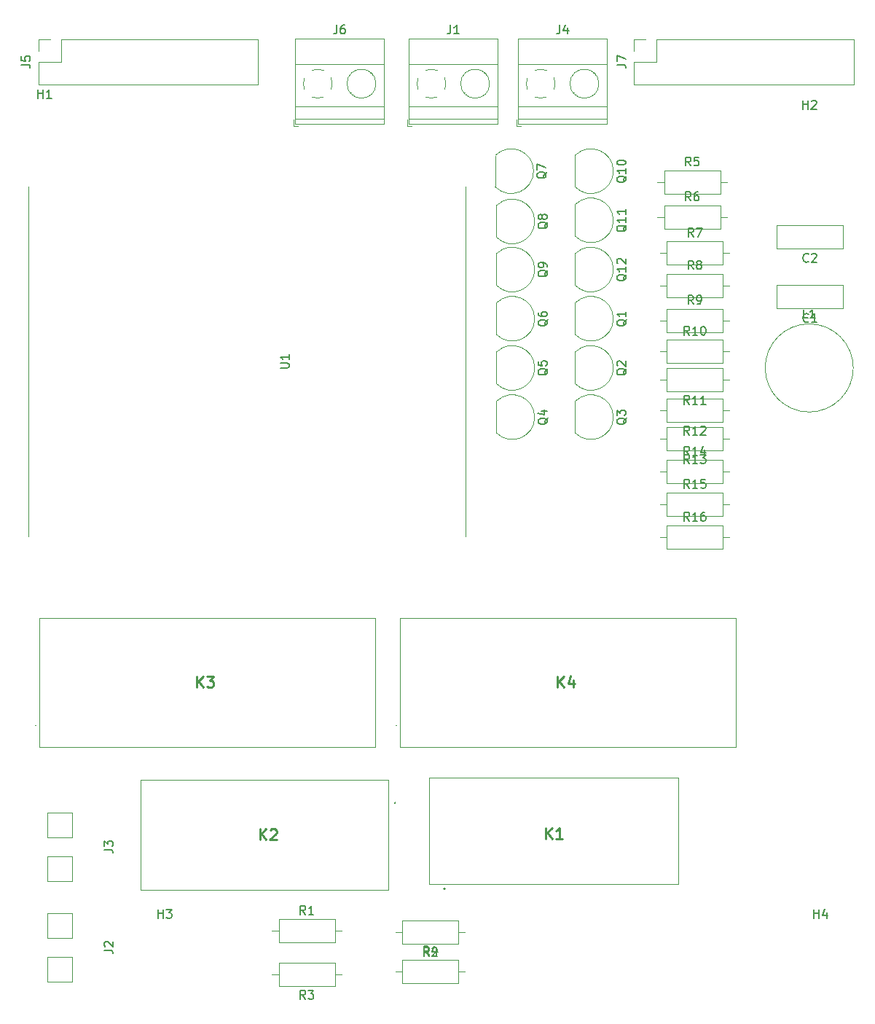
<source format=gbr>
%TF.GenerationSoftware,KiCad,Pcbnew,(5.1.6)-1*%
%TF.CreationDate,2021-11-19T15:30:18+01:00*%
%TF.ProjectId,FoxRobot,466f7852-6f62-46f7-942e-6b696361645f,V01*%
%TF.SameCoordinates,Original*%
%TF.FileFunction,Legend,Top*%
%TF.FilePolarity,Positive*%
%FSLAX46Y46*%
G04 Gerber Fmt 4.6, Leading zero omitted, Abs format (unit mm)*
G04 Created by KiCad (PCBNEW (5.1.6)-1) date 2021-11-19 15:30:18*
%MOMM*%
%LPD*%
G01*
G04 APERTURE LIST*
%ADD10C,0.120000*%
%ADD11C,0.100000*%
%ADD12C,0.200000*%
%ADD13C,0.150000*%
%ADD14C,0.254000*%
G04 APERTURE END LIST*
D10*
%TO.C,U1*%
X17145000Y-71628000D02*
X17145000Y-30988000D01*
X67945000Y-71628000D02*
X67945000Y-30988000D01*
%TO.C,R13*%
X97885000Y-61695000D02*
X97885000Y-58955000D01*
X97885000Y-58955000D02*
X91345000Y-58955000D01*
X91345000Y-58955000D02*
X91345000Y-61695000D01*
X91345000Y-61695000D02*
X97885000Y-61695000D01*
X98655000Y-60325000D02*
X97885000Y-60325000D01*
X90575000Y-60325000D02*
X91345000Y-60325000D01*
%TO.C,R12*%
X97885000Y-58393000D02*
X97885000Y-55653000D01*
X97885000Y-55653000D02*
X91345000Y-55653000D01*
X91345000Y-55653000D02*
X91345000Y-58393000D01*
X91345000Y-58393000D02*
X97885000Y-58393000D01*
X98655000Y-57023000D02*
X97885000Y-57023000D01*
X90575000Y-57023000D02*
X91345000Y-57023000D01*
%TO.C,R11*%
X97885000Y-54837000D02*
X97885000Y-52097000D01*
X97885000Y-52097000D02*
X91345000Y-52097000D01*
X91345000Y-52097000D02*
X91345000Y-54837000D01*
X91345000Y-54837000D02*
X97885000Y-54837000D01*
X98655000Y-53467000D02*
X97885000Y-53467000D01*
X90575000Y-53467000D02*
X91345000Y-53467000D01*
%TO.C,R4*%
X60611000Y-120804000D02*
X60611000Y-123544000D01*
X60611000Y-123544000D02*
X67151000Y-123544000D01*
X67151000Y-123544000D02*
X67151000Y-120804000D01*
X67151000Y-120804000D02*
X60611000Y-120804000D01*
X59841000Y-122174000D02*
X60611000Y-122174000D01*
X67921000Y-122174000D02*
X67151000Y-122174000D01*
%TO.C,R3*%
X52800000Y-123925000D02*
X52800000Y-121185000D01*
X52800000Y-121185000D02*
X46260000Y-121185000D01*
X46260000Y-121185000D02*
X46260000Y-123925000D01*
X46260000Y-123925000D02*
X52800000Y-123925000D01*
X53570000Y-122555000D02*
X52800000Y-122555000D01*
X45490000Y-122555000D02*
X46260000Y-122555000D01*
%TO.C,R2*%
X67151000Y-118972000D02*
X67151000Y-116232000D01*
X67151000Y-116232000D02*
X60611000Y-116232000D01*
X60611000Y-116232000D02*
X60611000Y-118972000D01*
X60611000Y-118972000D02*
X67151000Y-118972000D01*
X67921000Y-117602000D02*
X67151000Y-117602000D01*
X59841000Y-117602000D02*
X60611000Y-117602000D01*
%TO.C,R1*%
X46260000Y-116105000D02*
X46260000Y-118845000D01*
X46260000Y-118845000D02*
X52800000Y-118845000D01*
X52800000Y-118845000D02*
X52800000Y-116105000D01*
X52800000Y-116105000D02*
X46260000Y-116105000D01*
X45490000Y-117475000D02*
X46260000Y-117475000D01*
X53570000Y-117475000D02*
X52800000Y-117475000D01*
%TO.C,Q9*%
X71556000Y-38840000D02*
X71556000Y-42440000D01*
X71567522Y-42478478D02*
G75*
G03*
X76006000Y-40640000I1838478J1838478D01*
G01*
X71567522Y-38801522D02*
G75*
G02*
X76006000Y-40640000I1838478J-1838478D01*
G01*
%TO.C,Q8*%
X71556000Y-33252000D02*
X71556000Y-36852000D01*
X71567522Y-36890478D02*
G75*
G03*
X76006000Y-35052000I1838478J1838478D01*
G01*
X71567522Y-33213522D02*
G75*
G02*
X76006000Y-35052000I1838478J-1838478D01*
G01*
%TO.C,Q7*%
X71429000Y-27410000D02*
X71429000Y-31010000D01*
X71440522Y-31048478D02*
G75*
G03*
X75879000Y-29210000I1838478J1838478D01*
G01*
X71440522Y-27371522D02*
G75*
G02*
X75879000Y-29210000I1838478J-1838478D01*
G01*
D11*
%TO.C,K4*%
X60363000Y-96099000D02*
X99363000Y-96099000D01*
X99363000Y-96099000D02*
X99363000Y-81099000D01*
X99363000Y-81099000D02*
X60363000Y-81099000D01*
X60363000Y-81099000D02*
X60363000Y-96099000D01*
X59938000Y-93599000D02*
X59938000Y-93599000D01*
X59838000Y-93599000D02*
X59838000Y-93599000D01*
X59938000Y-93599000D02*
G75*
G03*
X59838000Y-93599000I-50000J0D01*
G01*
X59838000Y-93599000D02*
G75*
G03*
X59938000Y-93599000I50000J0D01*
G01*
%TO.C,K3*%
X18453000Y-96099000D02*
X57453000Y-96099000D01*
X57453000Y-96099000D02*
X57453000Y-81099000D01*
X57453000Y-81099000D02*
X18453000Y-81099000D01*
X18453000Y-81099000D02*
X18453000Y-96099000D01*
X18028000Y-93599000D02*
X18028000Y-93599000D01*
X17928000Y-93599000D02*
X17928000Y-93599000D01*
X18028000Y-93599000D02*
G75*
G03*
X17928000Y-93599000I-50000J0D01*
G01*
X17928000Y-93599000D02*
G75*
G03*
X18028000Y-93599000I50000J0D01*
G01*
%TO.C,K2*%
X58996000Y-99916000D02*
X30196000Y-99916000D01*
X30196000Y-99916000D02*
X30196000Y-112716000D01*
X30196000Y-112716000D02*
X58996000Y-112716000D01*
X58996000Y-112716000D02*
X58996000Y-99916000D01*
D12*
X59796000Y-102616000D02*
X59796000Y-102616000D01*
X59796000Y-102516000D02*
X59796000Y-102516000D01*
X59796000Y-102616000D02*
X59796000Y-102616000D01*
X59796000Y-102516000D02*
G75*
G02*
X59796000Y-102616000I0J-50000D01*
G01*
X59796000Y-102616000D02*
G75*
G02*
X59796000Y-102516000I0J50000D01*
G01*
X59796000Y-102516000D02*
G75*
G02*
X59796000Y-102616000I0J-50000D01*
G01*
D10*
%TO.C,J5*%
X18355000Y-19110000D02*
X18355000Y-16510000D01*
X18355000Y-19110000D02*
X43875000Y-19110000D01*
X43875000Y-19110000D02*
X43875000Y-13910000D01*
X20955000Y-13910000D02*
X43875000Y-13910000D01*
X20955000Y-16510000D02*
X20955000Y-13910000D01*
X18355000Y-16510000D02*
X20955000Y-16510000D01*
X18355000Y-13910000D02*
X19685000Y-13910000D01*
X18355000Y-15240000D02*
X18355000Y-13910000D01*
%TO.C,J4*%
X83468000Y-19050000D02*
G75*
G03*
X83468000Y-19050000I-1680000J0D01*
G01*
X74108000Y-23150000D02*
X84388000Y-23150000D01*
X74108000Y-21650000D02*
X84388000Y-21650000D01*
X74108000Y-16749000D02*
X84388000Y-16749000D01*
X74108000Y-13789000D02*
X84388000Y-13789000D01*
X74108000Y-23710000D02*
X84388000Y-23710000D01*
X74108000Y-13789000D02*
X74108000Y-23710000D01*
X84388000Y-13789000D02*
X84388000Y-23710000D01*
X83063000Y-17981000D02*
X83016000Y-18027000D01*
X80754000Y-20289000D02*
X80719000Y-20324000D01*
X82858000Y-17775000D02*
X82823000Y-17811000D01*
X80561000Y-20073000D02*
X80514000Y-20119000D01*
X73868000Y-23210000D02*
X73868000Y-23950000D01*
X73868000Y-23950000D02*
X74368000Y-23950000D01*
X76736805Y-20730253D02*
G75*
G02*
X76024000Y-20585000I-28805J1680253D01*
G01*
X75172574Y-19733042D02*
G75*
G02*
X75173000Y-18366000I1535426J683042D01*
G01*
X76024958Y-17514574D02*
G75*
G02*
X77392000Y-17515000I683042J-1535426D01*
G01*
X78243426Y-18366958D02*
G75*
G02*
X78243000Y-19734000I-1535426J-683042D01*
G01*
X77391318Y-20584756D02*
G75*
G02*
X76708000Y-20730000I-683318J1534756D01*
G01*
%TO.C,J3*%
X19378000Y-103706000D02*
X22278000Y-103706000D01*
X19378000Y-106606000D02*
X19378000Y-103706000D01*
X22278000Y-106606000D02*
X19378000Y-106606000D01*
X22278000Y-103706000D02*
X22278000Y-106606000D01*
X19378000Y-111686000D02*
X22278000Y-111686000D01*
X22278000Y-108786000D02*
X19378000Y-108786000D01*
X22278000Y-111686000D02*
X22278000Y-108786000D01*
X19378000Y-108786000D02*
X19378000Y-111686000D01*
%TO.C,J2*%
X19378000Y-115390000D02*
X22278000Y-115390000D01*
X19378000Y-118290000D02*
X19378000Y-115390000D01*
X22278000Y-118290000D02*
X19378000Y-118290000D01*
X22278000Y-115390000D02*
X22278000Y-118290000D01*
X19378000Y-123370000D02*
X22278000Y-123370000D01*
X22278000Y-120470000D02*
X19378000Y-120470000D01*
X22278000Y-123370000D02*
X22278000Y-120470000D01*
X19378000Y-120470000D02*
X19378000Y-123370000D01*
D12*
%TO.C,K1*%
X65632000Y-112572000D02*
X65632000Y-112572000D01*
X65432000Y-112572000D02*
X65432000Y-112572000D01*
D11*
X63732000Y-112072000D02*
X63732000Y-99672000D01*
X92732000Y-112072000D02*
X63732000Y-112072000D01*
X92732000Y-99672000D02*
X92732000Y-112072000D01*
X63732000Y-99672000D02*
X92732000Y-99672000D01*
D12*
X65632000Y-112572000D02*
G75*
G03*
X65432000Y-112572000I-100000J0D01*
G01*
X65432000Y-112572000D02*
G75*
G03*
X65632000Y-112572000I100000J0D01*
G01*
D10*
%TO.C,J1*%
X61168000Y-23950000D02*
X61668000Y-23950000D01*
X61168000Y-23210000D02*
X61168000Y-23950000D01*
X67861000Y-20073000D02*
X67814000Y-20119000D01*
X70158000Y-17775000D02*
X70123000Y-17811000D01*
X68054000Y-20289000D02*
X68019000Y-20324000D01*
X70363000Y-17981000D02*
X70316000Y-18027000D01*
X71688000Y-13789000D02*
X71688000Y-23710000D01*
X61408000Y-13789000D02*
X61408000Y-23710000D01*
X61408000Y-23710000D02*
X71688000Y-23710000D01*
X61408000Y-13789000D02*
X71688000Y-13789000D01*
X61408000Y-16749000D02*
X71688000Y-16749000D01*
X61408000Y-21650000D02*
X71688000Y-21650000D01*
X61408000Y-23150000D02*
X71688000Y-23150000D01*
X70768000Y-19050000D02*
G75*
G03*
X70768000Y-19050000I-1680000J0D01*
G01*
X64691318Y-20584756D02*
G75*
G02*
X64008000Y-20730000I-683318J1534756D01*
G01*
X65543426Y-18366958D02*
G75*
G02*
X65543000Y-19734000I-1535426J-683042D01*
G01*
X63324958Y-17514574D02*
G75*
G02*
X64692000Y-17515000I683042J-1535426D01*
G01*
X62472574Y-19733042D02*
G75*
G02*
X62473000Y-18366000I1535426J683042D01*
G01*
X64036805Y-20730253D02*
G75*
G02*
X63324000Y-20585000I-28805J1680253D01*
G01*
%TO.C,J6*%
X47960000Y-23950000D02*
X48460000Y-23950000D01*
X47960000Y-23210000D02*
X47960000Y-23950000D01*
X54653000Y-20073000D02*
X54606000Y-20119000D01*
X56950000Y-17775000D02*
X56915000Y-17811000D01*
X54846000Y-20289000D02*
X54811000Y-20324000D01*
X57155000Y-17981000D02*
X57108000Y-18027000D01*
X58480000Y-13789000D02*
X58480000Y-23710000D01*
X48200000Y-13789000D02*
X48200000Y-23710000D01*
X48200000Y-23710000D02*
X58480000Y-23710000D01*
X48200000Y-13789000D02*
X58480000Y-13789000D01*
X48200000Y-16749000D02*
X58480000Y-16749000D01*
X48200000Y-21650000D02*
X58480000Y-21650000D01*
X48200000Y-23150000D02*
X58480000Y-23150000D01*
X57560000Y-19050000D02*
G75*
G03*
X57560000Y-19050000I-1680000J0D01*
G01*
X51483318Y-20584756D02*
G75*
G02*
X50800000Y-20730000I-683318J1534756D01*
G01*
X52335426Y-18366958D02*
G75*
G02*
X52335000Y-19734000I-1535426J-683042D01*
G01*
X50116958Y-17514574D02*
G75*
G02*
X51484000Y-17515000I683042J-1535426D01*
G01*
X49264574Y-19733042D02*
G75*
G02*
X49265000Y-18366000I1535426J683042D01*
G01*
X50828805Y-20730253D02*
G75*
G02*
X50116000Y-20585000I-28805J1680253D01*
G01*
%TO.C,J7*%
X87570000Y-15240000D02*
X87570000Y-13910000D01*
X87570000Y-13910000D02*
X88900000Y-13910000D01*
X87570000Y-16510000D02*
X90170000Y-16510000D01*
X90170000Y-16510000D02*
X90170000Y-13910000D01*
X90170000Y-13910000D02*
X113090000Y-13910000D01*
X113090000Y-19110000D02*
X113090000Y-13910000D01*
X87570000Y-19110000D02*
X113090000Y-19110000D01*
X87570000Y-19110000D02*
X87570000Y-16510000D01*
%TO.C,C1*%
X111860000Y-45185000D02*
X104120000Y-45185000D01*
X111860000Y-42445000D02*
X104120000Y-42445000D01*
X111860000Y-45185000D02*
X111860000Y-42445000D01*
X104120000Y-45185000D02*
X104120000Y-42445000D01*
%TO.C,C2*%
X104120000Y-38200000D02*
X104120000Y-35460000D01*
X111860000Y-38200000D02*
X111860000Y-35460000D01*
X111860000Y-35460000D02*
X104120000Y-35460000D01*
X111860000Y-38200000D02*
X104120000Y-38200000D01*
%TO.C,L1*%
X113030000Y-52070000D02*
G75*
G03*
X113030000Y-52070000I-5120000J0D01*
G01*
%TO.C,Q1*%
X80700000Y-44555000D02*
X80700000Y-48155000D01*
X80711522Y-44516522D02*
G75*
G02*
X85150000Y-46355000I1838478J-1838478D01*
G01*
X80711522Y-48193478D02*
G75*
G03*
X85150000Y-46355000I1838478J1838478D01*
G01*
%TO.C,Q2*%
X80700000Y-50270000D02*
X80700000Y-53870000D01*
X80711522Y-50231522D02*
G75*
G02*
X85150000Y-52070000I1838478J-1838478D01*
G01*
X80711522Y-53908478D02*
G75*
G03*
X85150000Y-52070000I1838478J1838478D01*
G01*
%TO.C,Q3*%
X80700000Y-55985000D02*
X80700000Y-59585000D01*
X80711522Y-55946522D02*
G75*
G02*
X85150000Y-57785000I1838478J-1838478D01*
G01*
X80711522Y-59623478D02*
G75*
G03*
X85150000Y-57785000I1838478J1838478D01*
G01*
%TO.C,Q4*%
X71556000Y-55985000D02*
X71556000Y-59585000D01*
X71567522Y-55946522D02*
G75*
G02*
X76006000Y-57785000I1838478J-1838478D01*
G01*
X71567522Y-59623478D02*
G75*
G03*
X76006000Y-57785000I1838478J1838478D01*
G01*
%TO.C,Q5*%
X71567522Y-53908478D02*
G75*
G03*
X76006000Y-52070000I1838478J1838478D01*
G01*
X71567522Y-50231522D02*
G75*
G02*
X76006000Y-52070000I1838478J-1838478D01*
G01*
X71556000Y-50270000D02*
X71556000Y-53870000D01*
%TO.C,Q6*%
X71556000Y-44555000D02*
X71556000Y-48155000D01*
X71567522Y-44516522D02*
G75*
G02*
X76006000Y-46355000I1838478J-1838478D01*
G01*
X71567522Y-48193478D02*
G75*
G03*
X76006000Y-46355000I1838478J1838478D01*
G01*
%TO.C,Q10*%
X80711522Y-31048478D02*
G75*
G03*
X85150000Y-29210000I1838478J1838478D01*
G01*
X80711522Y-27371522D02*
G75*
G02*
X85150000Y-29210000I1838478J-1838478D01*
G01*
X80700000Y-27410000D02*
X80700000Y-31010000D01*
%TO.C,Q11*%
X80711522Y-36763478D02*
G75*
G03*
X85150000Y-34925000I1838478J1838478D01*
G01*
X80711522Y-33086522D02*
G75*
G02*
X85150000Y-34925000I1838478J-1838478D01*
G01*
X80700000Y-33125000D02*
X80700000Y-36725000D01*
%TO.C,Q12*%
X80711522Y-42478478D02*
G75*
G03*
X85150000Y-40640000I1838478J1838478D01*
G01*
X80711522Y-38801522D02*
G75*
G02*
X85150000Y-40640000I1838478J-1838478D01*
G01*
X80700000Y-38840000D02*
X80700000Y-42440000D01*
%TO.C,R5*%
X91051000Y-29136000D02*
X91051000Y-31876000D01*
X91051000Y-31876000D02*
X97591000Y-31876000D01*
X97591000Y-31876000D02*
X97591000Y-29136000D01*
X97591000Y-29136000D02*
X91051000Y-29136000D01*
X90281000Y-30506000D02*
X91051000Y-30506000D01*
X98361000Y-30506000D02*
X97591000Y-30506000D01*
%TO.C,R6*%
X98361000Y-34556000D02*
X97591000Y-34556000D01*
X90281000Y-34556000D02*
X91051000Y-34556000D01*
X97591000Y-33186000D02*
X91051000Y-33186000D01*
X97591000Y-35926000D02*
X97591000Y-33186000D01*
X91051000Y-35926000D02*
X97591000Y-35926000D01*
X91051000Y-33186000D02*
X91051000Y-35926000D01*
%TO.C,R7*%
X91345000Y-37365000D02*
X91345000Y-40105000D01*
X91345000Y-40105000D02*
X97885000Y-40105000D01*
X97885000Y-40105000D02*
X97885000Y-37365000D01*
X97885000Y-37365000D02*
X91345000Y-37365000D01*
X90575000Y-38735000D02*
X91345000Y-38735000D01*
X98655000Y-38735000D02*
X97885000Y-38735000D01*
%TO.C,R8*%
X98653000Y-42527000D02*
X97883000Y-42527000D01*
X90573000Y-42527000D02*
X91343000Y-42527000D01*
X97883000Y-41157000D02*
X91343000Y-41157000D01*
X97883000Y-43897000D02*
X97883000Y-41157000D01*
X91343000Y-43897000D02*
X97883000Y-43897000D01*
X91343000Y-41157000D02*
X91343000Y-43897000D01*
%TO.C,R9*%
X98653000Y-46577000D02*
X97883000Y-46577000D01*
X90573000Y-46577000D02*
X91343000Y-46577000D01*
X97883000Y-45207000D02*
X91343000Y-45207000D01*
X97883000Y-47947000D02*
X97883000Y-45207000D01*
X91343000Y-47947000D02*
X97883000Y-47947000D01*
X91343000Y-45207000D02*
X91343000Y-47947000D01*
%TO.C,R10*%
X91345000Y-48795000D02*
X91345000Y-51535000D01*
X91345000Y-51535000D02*
X97885000Y-51535000D01*
X97885000Y-51535000D02*
X97885000Y-48795000D01*
X97885000Y-48795000D02*
X91345000Y-48795000D01*
X90575000Y-50165000D02*
X91345000Y-50165000D01*
X98655000Y-50165000D02*
X97885000Y-50165000D01*
%TO.C,R14*%
X98655000Y-64135000D02*
X97885000Y-64135000D01*
X90575000Y-64135000D02*
X91345000Y-64135000D01*
X97885000Y-62765000D02*
X91345000Y-62765000D01*
X97885000Y-65505000D02*
X97885000Y-62765000D01*
X91345000Y-65505000D02*
X97885000Y-65505000D01*
X91345000Y-62765000D02*
X91345000Y-65505000D01*
%TO.C,R15*%
X98655000Y-67945000D02*
X97885000Y-67945000D01*
X90575000Y-67945000D02*
X91345000Y-67945000D01*
X97885000Y-66575000D02*
X91345000Y-66575000D01*
X97885000Y-69315000D02*
X97885000Y-66575000D01*
X91345000Y-69315000D02*
X97885000Y-69315000D01*
X91345000Y-66575000D02*
X91345000Y-69315000D01*
%TO.C,R16*%
X91345000Y-70385000D02*
X91345000Y-73125000D01*
X91345000Y-73125000D02*
X97885000Y-73125000D01*
X97885000Y-73125000D02*
X97885000Y-70385000D01*
X97885000Y-70385000D02*
X91345000Y-70385000D01*
X90575000Y-71755000D02*
X91345000Y-71755000D01*
X98655000Y-71755000D02*
X97885000Y-71755000D01*
%TO.C,U1*%
D13*
X46442380Y-52069904D02*
X47251904Y-52069904D01*
X47347142Y-52022285D01*
X47394761Y-51974666D01*
X47442380Y-51879428D01*
X47442380Y-51688952D01*
X47394761Y-51593714D01*
X47347142Y-51546095D01*
X47251904Y-51498476D01*
X46442380Y-51498476D01*
X47442380Y-50498476D02*
X47442380Y-51069904D01*
X47442380Y-50784190D02*
X46442380Y-50784190D01*
X46585238Y-50879428D01*
X46680476Y-50974666D01*
X46728095Y-51069904D01*
%TO.C,R13*%
X93972142Y-63147380D02*
X93638809Y-62671190D01*
X93400714Y-63147380D02*
X93400714Y-62147380D01*
X93781666Y-62147380D01*
X93876904Y-62195000D01*
X93924523Y-62242619D01*
X93972142Y-62337857D01*
X93972142Y-62480714D01*
X93924523Y-62575952D01*
X93876904Y-62623571D01*
X93781666Y-62671190D01*
X93400714Y-62671190D01*
X94924523Y-63147380D02*
X94353095Y-63147380D01*
X94638809Y-63147380D02*
X94638809Y-62147380D01*
X94543571Y-62290238D01*
X94448333Y-62385476D01*
X94353095Y-62433095D01*
X95257857Y-62147380D02*
X95876904Y-62147380D01*
X95543571Y-62528333D01*
X95686428Y-62528333D01*
X95781666Y-62575952D01*
X95829285Y-62623571D01*
X95876904Y-62718809D01*
X95876904Y-62956904D01*
X95829285Y-63052142D01*
X95781666Y-63099761D01*
X95686428Y-63147380D01*
X95400714Y-63147380D01*
X95305476Y-63099761D01*
X95257857Y-63052142D01*
%TO.C,R12*%
X93972142Y-59845380D02*
X93638809Y-59369190D01*
X93400714Y-59845380D02*
X93400714Y-58845380D01*
X93781666Y-58845380D01*
X93876904Y-58893000D01*
X93924523Y-58940619D01*
X93972142Y-59035857D01*
X93972142Y-59178714D01*
X93924523Y-59273952D01*
X93876904Y-59321571D01*
X93781666Y-59369190D01*
X93400714Y-59369190D01*
X94924523Y-59845380D02*
X94353095Y-59845380D01*
X94638809Y-59845380D02*
X94638809Y-58845380D01*
X94543571Y-58988238D01*
X94448333Y-59083476D01*
X94353095Y-59131095D01*
X95305476Y-58940619D02*
X95353095Y-58893000D01*
X95448333Y-58845380D01*
X95686428Y-58845380D01*
X95781666Y-58893000D01*
X95829285Y-58940619D01*
X95876904Y-59035857D01*
X95876904Y-59131095D01*
X95829285Y-59273952D01*
X95257857Y-59845380D01*
X95876904Y-59845380D01*
%TO.C,R11*%
X93972142Y-56289380D02*
X93638809Y-55813190D01*
X93400714Y-56289380D02*
X93400714Y-55289380D01*
X93781666Y-55289380D01*
X93876904Y-55337000D01*
X93924523Y-55384619D01*
X93972142Y-55479857D01*
X93972142Y-55622714D01*
X93924523Y-55717952D01*
X93876904Y-55765571D01*
X93781666Y-55813190D01*
X93400714Y-55813190D01*
X94924523Y-56289380D02*
X94353095Y-56289380D01*
X94638809Y-56289380D02*
X94638809Y-55289380D01*
X94543571Y-55432238D01*
X94448333Y-55527476D01*
X94353095Y-55575095D01*
X95876904Y-56289380D02*
X95305476Y-56289380D01*
X95591190Y-56289380D02*
X95591190Y-55289380D01*
X95495952Y-55432238D01*
X95400714Y-55527476D01*
X95305476Y-55575095D01*
%TO.C,R4*%
X63714333Y-120256380D02*
X63381000Y-119780190D01*
X63142904Y-120256380D02*
X63142904Y-119256380D01*
X63523857Y-119256380D01*
X63619095Y-119304000D01*
X63666714Y-119351619D01*
X63714333Y-119446857D01*
X63714333Y-119589714D01*
X63666714Y-119684952D01*
X63619095Y-119732571D01*
X63523857Y-119780190D01*
X63142904Y-119780190D01*
X64571476Y-119589714D02*
X64571476Y-120256380D01*
X64333380Y-119208761D02*
X64095285Y-119923047D01*
X64714333Y-119923047D01*
%TO.C,R3*%
X49363333Y-125377380D02*
X49030000Y-124901190D01*
X48791904Y-125377380D02*
X48791904Y-124377380D01*
X49172857Y-124377380D01*
X49268095Y-124425000D01*
X49315714Y-124472619D01*
X49363333Y-124567857D01*
X49363333Y-124710714D01*
X49315714Y-124805952D01*
X49268095Y-124853571D01*
X49172857Y-124901190D01*
X48791904Y-124901190D01*
X49696666Y-124377380D02*
X50315714Y-124377380D01*
X49982380Y-124758333D01*
X50125238Y-124758333D01*
X50220476Y-124805952D01*
X50268095Y-124853571D01*
X50315714Y-124948809D01*
X50315714Y-125186904D01*
X50268095Y-125282142D01*
X50220476Y-125329761D01*
X50125238Y-125377380D01*
X49839523Y-125377380D01*
X49744285Y-125329761D01*
X49696666Y-125282142D01*
%TO.C,R2*%
X63714333Y-120424380D02*
X63381000Y-119948190D01*
X63142904Y-120424380D02*
X63142904Y-119424380D01*
X63523857Y-119424380D01*
X63619095Y-119472000D01*
X63666714Y-119519619D01*
X63714333Y-119614857D01*
X63714333Y-119757714D01*
X63666714Y-119852952D01*
X63619095Y-119900571D01*
X63523857Y-119948190D01*
X63142904Y-119948190D01*
X64095285Y-119519619D02*
X64142904Y-119472000D01*
X64238142Y-119424380D01*
X64476238Y-119424380D01*
X64571476Y-119472000D01*
X64619095Y-119519619D01*
X64666714Y-119614857D01*
X64666714Y-119710095D01*
X64619095Y-119852952D01*
X64047666Y-120424380D01*
X64666714Y-120424380D01*
%TO.C,R1*%
X49363333Y-115557380D02*
X49030000Y-115081190D01*
X48791904Y-115557380D02*
X48791904Y-114557380D01*
X49172857Y-114557380D01*
X49268095Y-114605000D01*
X49315714Y-114652619D01*
X49363333Y-114747857D01*
X49363333Y-114890714D01*
X49315714Y-114985952D01*
X49268095Y-115033571D01*
X49172857Y-115081190D01*
X48791904Y-115081190D01*
X50315714Y-115557380D02*
X49744285Y-115557380D01*
X50030000Y-115557380D02*
X50030000Y-114557380D01*
X49934761Y-114700238D01*
X49839523Y-114795476D01*
X49744285Y-114843095D01*
%TO.C,Q9*%
X77513619Y-40735238D02*
X77466000Y-40830476D01*
X77370761Y-40925714D01*
X77227904Y-41068571D01*
X77180285Y-41163809D01*
X77180285Y-41259047D01*
X77418380Y-41211428D02*
X77370761Y-41306666D01*
X77275523Y-41401904D01*
X77085047Y-41449523D01*
X76751714Y-41449523D01*
X76561238Y-41401904D01*
X76466000Y-41306666D01*
X76418380Y-41211428D01*
X76418380Y-41020952D01*
X76466000Y-40925714D01*
X76561238Y-40830476D01*
X76751714Y-40782857D01*
X77085047Y-40782857D01*
X77275523Y-40830476D01*
X77370761Y-40925714D01*
X77418380Y-41020952D01*
X77418380Y-41211428D01*
X77418380Y-40306666D02*
X77418380Y-40116190D01*
X77370761Y-40020952D01*
X77323142Y-39973333D01*
X77180285Y-39878095D01*
X76989809Y-39830476D01*
X76608857Y-39830476D01*
X76513619Y-39878095D01*
X76466000Y-39925714D01*
X76418380Y-40020952D01*
X76418380Y-40211428D01*
X76466000Y-40306666D01*
X76513619Y-40354285D01*
X76608857Y-40401904D01*
X76846952Y-40401904D01*
X76942190Y-40354285D01*
X76989809Y-40306666D01*
X77037428Y-40211428D01*
X77037428Y-40020952D01*
X76989809Y-39925714D01*
X76942190Y-39878095D01*
X76846952Y-39830476D01*
%TO.C,Q8*%
X77513619Y-35147238D02*
X77466000Y-35242476D01*
X77370761Y-35337714D01*
X77227904Y-35480571D01*
X77180285Y-35575809D01*
X77180285Y-35671047D01*
X77418380Y-35623428D02*
X77370761Y-35718666D01*
X77275523Y-35813904D01*
X77085047Y-35861523D01*
X76751714Y-35861523D01*
X76561238Y-35813904D01*
X76466000Y-35718666D01*
X76418380Y-35623428D01*
X76418380Y-35432952D01*
X76466000Y-35337714D01*
X76561238Y-35242476D01*
X76751714Y-35194857D01*
X77085047Y-35194857D01*
X77275523Y-35242476D01*
X77370761Y-35337714D01*
X77418380Y-35432952D01*
X77418380Y-35623428D01*
X76846952Y-34623428D02*
X76799333Y-34718666D01*
X76751714Y-34766285D01*
X76656476Y-34813904D01*
X76608857Y-34813904D01*
X76513619Y-34766285D01*
X76466000Y-34718666D01*
X76418380Y-34623428D01*
X76418380Y-34432952D01*
X76466000Y-34337714D01*
X76513619Y-34290095D01*
X76608857Y-34242476D01*
X76656476Y-34242476D01*
X76751714Y-34290095D01*
X76799333Y-34337714D01*
X76846952Y-34432952D01*
X76846952Y-34623428D01*
X76894571Y-34718666D01*
X76942190Y-34766285D01*
X77037428Y-34813904D01*
X77227904Y-34813904D01*
X77323142Y-34766285D01*
X77370761Y-34718666D01*
X77418380Y-34623428D01*
X77418380Y-34432952D01*
X77370761Y-34337714D01*
X77323142Y-34290095D01*
X77227904Y-34242476D01*
X77037428Y-34242476D01*
X76942190Y-34290095D01*
X76894571Y-34337714D01*
X76846952Y-34432952D01*
%TO.C,Q7*%
X77386619Y-29305238D02*
X77339000Y-29400476D01*
X77243761Y-29495714D01*
X77100904Y-29638571D01*
X77053285Y-29733809D01*
X77053285Y-29829047D01*
X77291380Y-29781428D02*
X77243761Y-29876666D01*
X77148523Y-29971904D01*
X76958047Y-30019523D01*
X76624714Y-30019523D01*
X76434238Y-29971904D01*
X76339000Y-29876666D01*
X76291380Y-29781428D01*
X76291380Y-29590952D01*
X76339000Y-29495714D01*
X76434238Y-29400476D01*
X76624714Y-29352857D01*
X76958047Y-29352857D01*
X77148523Y-29400476D01*
X77243761Y-29495714D01*
X77291380Y-29590952D01*
X77291380Y-29781428D01*
X76291380Y-29019523D02*
X76291380Y-28352857D01*
X77291380Y-28781428D01*
%TO.C,K4*%
D14*
X78662619Y-89173523D02*
X78662619Y-87903523D01*
X79388333Y-89173523D02*
X78844047Y-88447809D01*
X79388333Y-87903523D02*
X78662619Y-88629238D01*
X80476904Y-88326857D02*
X80476904Y-89173523D01*
X80174523Y-87843047D02*
X79872142Y-88750190D01*
X80658333Y-88750190D01*
%TO.C,K3*%
X36752619Y-89173523D02*
X36752619Y-87903523D01*
X37478333Y-89173523D02*
X36934047Y-88447809D01*
X37478333Y-87903523D02*
X36752619Y-88629238D01*
X37901666Y-87903523D02*
X38687857Y-87903523D01*
X38264523Y-88387333D01*
X38445952Y-88387333D01*
X38566904Y-88447809D01*
X38627380Y-88508285D01*
X38687857Y-88629238D01*
X38687857Y-88931619D01*
X38627380Y-89052571D01*
X38566904Y-89113047D01*
X38445952Y-89173523D01*
X38083095Y-89173523D01*
X37962142Y-89113047D01*
X37901666Y-89052571D01*
%TO.C,K2*%
X44083619Y-106890523D02*
X44083619Y-105620523D01*
X44809333Y-106890523D02*
X44265047Y-106164809D01*
X44809333Y-105620523D02*
X44083619Y-106346238D01*
X45293142Y-105741476D02*
X45353619Y-105681000D01*
X45474571Y-105620523D01*
X45776952Y-105620523D01*
X45897904Y-105681000D01*
X45958380Y-105741476D01*
X46018857Y-105862428D01*
X46018857Y-105983380D01*
X45958380Y-106164809D01*
X45232666Y-106890523D01*
X46018857Y-106890523D01*
%TO.C,J5*%
D13*
X16367380Y-16843333D02*
X17081666Y-16843333D01*
X17224523Y-16890952D01*
X17319761Y-16986190D01*
X17367380Y-17129047D01*
X17367380Y-17224285D01*
X16367380Y-15890952D02*
X16367380Y-16367142D01*
X16843571Y-16414761D01*
X16795952Y-16367142D01*
X16748333Y-16271904D01*
X16748333Y-16033809D01*
X16795952Y-15938571D01*
X16843571Y-15890952D01*
X16938809Y-15843333D01*
X17176904Y-15843333D01*
X17272142Y-15890952D01*
X17319761Y-15938571D01*
X17367380Y-16033809D01*
X17367380Y-16271904D01*
X17319761Y-16367142D01*
X17272142Y-16414761D01*
%TO.C,J4*%
X78914666Y-12242380D02*
X78914666Y-12956666D01*
X78867047Y-13099523D01*
X78771809Y-13194761D01*
X78628952Y-13242380D01*
X78533714Y-13242380D01*
X79819428Y-12575714D02*
X79819428Y-13242380D01*
X79581333Y-12194761D02*
X79343238Y-12909047D01*
X79962285Y-12909047D01*
%TO.C,J3*%
X25995380Y-108029333D02*
X26709666Y-108029333D01*
X26852523Y-108076952D01*
X26947761Y-108172190D01*
X26995380Y-108315047D01*
X26995380Y-108410285D01*
X25995380Y-107648380D02*
X25995380Y-107029333D01*
X26376333Y-107362666D01*
X26376333Y-107219809D01*
X26423952Y-107124571D01*
X26471571Y-107076952D01*
X26566809Y-107029333D01*
X26804904Y-107029333D01*
X26900142Y-107076952D01*
X26947761Y-107124571D01*
X26995380Y-107219809D01*
X26995380Y-107505523D01*
X26947761Y-107600761D01*
X26900142Y-107648380D01*
%TO.C,J2*%
X25995380Y-119713333D02*
X26709666Y-119713333D01*
X26852523Y-119760952D01*
X26947761Y-119856190D01*
X26995380Y-119999047D01*
X26995380Y-120094285D01*
X26090619Y-119284761D02*
X26043000Y-119237142D01*
X25995380Y-119141904D01*
X25995380Y-118903809D01*
X26043000Y-118808571D01*
X26090619Y-118760952D01*
X26185857Y-118713333D01*
X26281095Y-118713333D01*
X26423952Y-118760952D01*
X26995380Y-119332380D01*
X26995380Y-118713333D01*
%TO.C,K1*%
D14*
X77294619Y-106746523D02*
X77294619Y-105476523D01*
X78020333Y-106746523D02*
X77476047Y-106020809D01*
X78020333Y-105476523D02*
X77294619Y-106202238D01*
X79229857Y-106746523D02*
X78504142Y-106746523D01*
X78867000Y-106746523D02*
X78867000Y-105476523D01*
X78746047Y-105657952D01*
X78625095Y-105778904D01*
X78504142Y-105839380D01*
%TO.C,J1*%
D13*
X66214666Y-12242380D02*
X66214666Y-12956666D01*
X66167047Y-13099523D01*
X66071809Y-13194761D01*
X65928952Y-13242380D01*
X65833714Y-13242380D01*
X67214666Y-13242380D02*
X66643238Y-13242380D01*
X66928952Y-13242380D02*
X66928952Y-12242380D01*
X66833714Y-12385238D01*
X66738476Y-12480476D01*
X66643238Y-12528095D01*
%TO.C,J6*%
X53006666Y-12242380D02*
X53006666Y-12956666D01*
X52959047Y-13099523D01*
X52863809Y-13194761D01*
X52720952Y-13242380D01*
X52625714Y-13242380D01*
X53911428Y-12242380D02*
X53720952Y-12242380D01*
X53625714Y-12290000D01*
X53578095Y-12337619D01*
X53482857Y-12480476D01*
X53435238Y-12670952D01*
X53435238Y-13051904D01*
X53482857Y-13147142D01*
X53530476Y-13194761D01*
X53625714Y-13242380D01*
X53816190Y-13242380D01*
X53911428Y-13194761D01*
X53959047Y-13147142D01*
X54006666Y-13051904D01*
X54006666Y-12813809D01*
X53959047Y-12718571D01*
X53911428Y-12670952D01*
X53816190Y-12623333D01*
X53625714Y-12623333D01*
X53530476Y-12670952D01*
X53482857Y-12718571D01*
X53435238Y-12813809D01*
%TO.C,J7*%
X85582380Y-16843333D02*
X86296666Y-16843333D01*
X86439523Y-16890952D01*
X86534761Y-16986190D01*
X86582380Y-17129047D01*
X86582380Y-17224285D01*
X85582380Y-16462380D02*
X85582380Y-15795714D01*
X86582380Y-16224285D01*
%TO.C,H1*%
X18288095Y-20732380D02*
X18288095Y-19732380D01*
X18288095Y-20208571D02*
X18859523Y-20208571D01*
X18859523Y-20732380D02*
X18859523Y-19732380D01*
X19859523Y-20732380D02*
X19288095Y-20732380D01*
X19573809Y-20732380D02*
X19573809Y-19732380D01*
X19478571Y-19875238D01*
X19383333Y-19970476D01*
X19288095Y-20018095D01*
%TO.C,H2*%
X107188095Y-22002380D02*
X107188095Y-21002380D01*
X107188095Y-21478571D02*
X107759523Y-21478571D01*
X107759523Y-22002380D02*
X107759523Y-21002380D01*
X108188095Y-21097619D02*
X108235714Y-21050000D01*
X108330952Y-21002380D01*
X108569047Y-21002380D01*
X108664285Y-21050000D01*
X108711904Y-21097619D01*
X108759523Y-21192857D01*
X108759523Y-21288095D01*
X108711904Y-21430952D01*
X108140476Y-22002380D01*
X108759523Y-22002380D01*
%TO.C,H3*%
X32258095Y-115982380D02*
X32258095Y-114982380D01*
X32258095Y-115458571D02*
X32829523Y-115458571D01*
X32829523Y-115982380D02*
X32829523Y-114982380D01*
X33210476Y-114982380D02*
X33829523Y-114982380D01*
X33496190Y-115363333D01*
X33639047Y-115363333D01*
X33734285Y-115410952D01*
X33781904Y-115458571D01*
X33829523Y-115553809D01*
X33829523Y-115791904D01*
X33781904Y-115887142D01*
X33734285Y-115934761D01*
X33639047Y-115982380D01*
X33353333Y-115982380D01*
X33258095Y-115934761D01*
X33210476Y-115887142D01*
%TO.C,H4*%
X108458095Y-115982380D02*
X108458095Y-114982380D01*
X108458095Y-115458571D02*
X109029523Y-115458571D01*
X109029523Y-115982380D02*
X109029523Y-114982380D01*
X109934285Y-115315714D02*
X109934285Y-115982380D01*
X109696190Y-114934761D02*
X109458095Y-115649047D01*
X110077142Y-115649047D01*
%TO.C,C1*%
X107823333Y-46672142D02*
X107775714Y-46719761D01*
X107632857Y-46767380D01*
X107537619Y-46767380D01*
X107394761Y-46719761D01*
X107299523Y-46624523D01*
X107251904Y-46529285D01*
X107204285Y-46338809D01*
X107204285Y-46195952D01*
X107251904Y-46005476D01*
X107299523Y-45910238D01*
X107394761Y-45815000D01*
X107537619Y-45767380D01*
X107632857Y-45767380D01*
X107775714Y-45815000D01*
X107823333Y-45862619D01*
X108775714Y-46767380D02*
X108204285Y-46767380D01*
X108490000Y-46767380D02*
X108490000Y-45767380D01*
X108394761Y-45910238D01*
X108299523Y-46005476D01*
X108204285Y-46053095D01*
%TO.C,C2*%
X107823333Y-39687142D02*
X107775714Y-39734761D01*
X107632857Y-39782380D01*
X107537619Y-39782380D01*
X107394761Y-39734761D01*
X107299523Y-39639523D01*
X107251904Y-39544285D01*
X107204285Y-39353809D01*
X107204285Y-39210952D01*
X107251904Y-39020476D01*
X107299523Y-38925238D01*
X107394761Y-38830000D01*
X107537619Y-38782380D01*
X107632857Y-38782380D01*
X107775714Y-38830000D01*
X107823333Y-38877619D01*
X108204285Y-38877619D02*
X108251904Y-38830000D01*
X108347142Y-38782380D01*
X108585238Y-38782380D01*
X108680476Y-38830000D01*
X108728095Y-38877619D01*
X108775714Y-38972857D01*
X108775714Y-39068095D01*
X108728095Y-39210952D01*
X108156666Y-39782380D01*
X108775714Y-39782380D01*
%TO.C,L1*%
X107743333Y-46272380D02*
X107267142Y-46272380D01*
X107267142Y-45272380D01*
X108600476Y-46272380D02*
X108029047Y-46272380D01*
X108314761Y-46272380D02*
X108314761Y-45272380D01*
X108219523Y-45415238D01*
X108124285Y-45510476D01*
X108029047Y-45558095D01*
%TO.C,Q1*%
X86657619Y-46450238D02*
X86610000Y-46545476D01*
X86514761Y-46640714D01*
X86371904Y-46783571D01*
X86324285Y-46878809D01*
X86324285Y-46974047D01*
X86562380Y-46926428D02*
X86514761Y-47021666D01*
X86419523Y-47116904D01*
X86229047Y-47164523D01*
X85895714Y-47164523D01*
X85705238Y-47116904D01*
X85610000Y-47021666D01*
X85562380Y-46926428D01*
X85562380Y-46735952D01*
X85610000Y-46640714D01*
X85705238Y-46545476D01*
X85895714Y-46497857D01*
X86229047Y-46497857D01*
X86419523Y-46545476D01*
X86514761Y-46640714D01*
X86562380Y-46735952D01*
X86562380Y-46926428D01*
X86562380Y-45545476D02*
X86562380Y-46116904D01*
X86562380Y-45831190D02*
X85562380Y-45831190D01*
X85705238Y-45926428D01*
X85800476Y-46021666D01*
X85848095Y-46116904D01*
%TO.C,Q2*%
X86657619Y-52165238D02*
X86610000Y-52260476D01*
X86514761Y-52355714D01*
X86371904Y-52498571D01*
X86324285Y-52593809D01*
X86324285Y-52689047D01*
X86562380Y-52641428D02*
X86514761Y-52736666D01*
X86419523Y-52831904D01*
X86229047Y-52879523D01*
X85895714Y-52879523D01*
X85705238Y-52831904D01*
X85610000Y-52736666D01*
X85562380Y-52641428D01*
X85562380Y-52450952D01*
X85610000Y-52355714D01*
X85705238Y-52260476D01*
X85895714Y-52212857D01*
X86229047Y-52212857D01*
X86419523Y-52260476D01*
X86514761Y-52355714D01*
X86562380Y-52450952D01*
X86562380Y-52641428D01*
X85657619Y-51831904D02*
X85610000Y-51784285D01*
X85562380Y-51689047D01*
X85562380Y-51450952D01*
X85610000Y-51355714D01*
X85657619Y-51308095D01*
X85752857Y-51260476D01*
X85848095Y-51260476D01*
X85990952Y-51308095D01*
X86562380Y-51879523D01*
X86562380Y-51260476D01*
%TO.C,Q3*%
X86657619Y-57880238D02*
X86610000Y-57975476D01*
X86514761Y-58070714D01*
X86371904Y-58213571D01*
X86324285Y-58308809D01*
X86324285Y-58404047D01*
X86562380Y-58356428D02*
X86514761Y-58451666D01*
X86419523Y-58546904D01*
X86229047Y-58594523D01*
X85895714Y-58594523D01*
X85705238Y-58546904D01*
X85610000Y-58451666D01*
X85562380Y-58356428D01*
X85562380Y-58165952D01*
X85610000Y-58070714D01*
X85705238Y-57975476D01*
X85895714Y-57927857D01*
X86229047Y-57927857D01*
X86419523Y-57975476D01*
X86514761Y-58070714D01*
X86562380Y-58165952D01*
X86562380Y-58356428D01*
X85562380Y-57594523D02*
X85562380Y-56975476D01*
X85943333Y-57308809D01*
X85943333Y-57165952D01*
X85990952Y-57070714D01*
X86038571Y-57023095D01*
X86133809Y-56975476D01*
X86371904Y-56975476D01*
X86467142Y-57023095D01*
X86514761Y-57070714D01*
X86562380Y-57165952D01*
X86562380Y-57451666D01*
X86514761Y-57546904D01*
X86467142Y-57594523D01*
%TO.C,Q4*%
X77513619Y-57880238D02*
X77466000Y-57975476D01*
X77370761Y-58070714D01*
X77227904Y-58213571D01*
X77180285Y-58308809D01*
X77180285Y-58404047D01*
X77418380Y-58356428D02*
X77370761Y-58451666D01*
X77275523Y-58546904D01*
X77085047Y-58594523D01*
X76751714Y-58594523D01*
X76561238Y-58546904D01*
X76466000Y-58451666D01*
X76418380Y-58356428D01*
X76418380Y-58165952D01*
X76466000Y-58070714D01*
X76561238Y-57975476D01*
X76751714Y-57927857D01*
X77085047Y-57927857D01*
X77275523Y-57975476D01*
X77370761Y-58070714D01*
X77418380Y-58165952D01*
X77418380Y-58356428D01*
X76751714Y-57070714D02*
X77418380Y-57070714D01*
X76370761Y-57308809D02*
X77085047Y-57546904D01*
X77085047Y-56927857D01*
%TO.C,Q5*%
X77513619Y-52165238D02*
X77466000Y-52260476D01*
X77370761Y-52355714D01*
X77227904Y-52498571D01*
X77180285Y-52593809D01*
X77180285Y-52689047D01*
X77418380Y-52641428D02*
X77370761Y-52736666D01*
X77275523Y-52831904D01*
X77085047Y-52879523D01*
X76751714Y-52879523D01*
X76561238Y-52831904D01*
X76466000Y-52736666D01*
X76418380Y-52641428D01*
X76418380Y-52450952D01*
X76466000Y-52355714D01*
X76561238Y-52260476D01*
X76751714Y-52212857D01*
X77085047Y-52212857D01*
X77275523Y-52260476D01*
X77370761Y-52355714D01*
X77418380Y-52450952D01*
X77418380Y-52641428D01*
X76418380Y-51308095D02*
X76418380Y-51784285D01*
X76894571Y-51831904D01*
X76846952Y-51784285D01*
X76799333Y-51689047D01*
X76799333Y-51450952D01*
X76846952Y-51355714D01*
X76894571Y-51308095D01*
X76989809Y-51260476D01*
X77227904Y-51260476D01*
X77323142Y-51308095D01*
X77370761Y-51355714D01*
X77418380Y-51450952D01*
X77418380Y-51689047D01*
X77370761Y-51784285D01*
X77323142Y-51831904D01*
%TO.C,Q6*%
X77513619Y-46450238D02*
X77466000Y-46545476D01*
X77370761Y-46640714D01*
X77227904Y-46783571D01*
X77180285Y-46878809D01*
X77180285Y-46974047D01*
X77418380Y-46926428D02*
X77370761Y-47021666D01*
X77275523Y-47116904D01*
X77085047Y-47164523D01*
X76751714Y-47164523D01*
X76561238Y-47116904D01*
X76466000Y-47021666D01*
X76418380Y-46926428D01*
X76418380Y-46735952D01*
X76466000Y-46640714D01*
X76561238Y-46545476D01*
X76751714Y-46497857D01*
X77085047Y-46497857D01*
X77275523Y-46545476D01*
X77370761Y-46640714D01*
X77418380Y-46735952D01*
X77418380Y-46926428D01*
X76418380Y-45640714D02*
X76418380Y-45831190D01*
X76466000Y-45926428D01*
X76513619Y-45974047D01*
X76656476Y-46069285D01*
X76846952Y-46116904D01*
X77227904Y-46116904D01*
X77323142Y-46069285D01*
X77370761Y-46021666D01*
X77418380Y-45926428D01*
X77418380Y-45735952D01*
X77370761Y-45640714D01*
X77323142Y-45593095D01*
X77227904Y-45545476D01*
X76989809Y-45545476D01*
X76894571Y-45593095D01*
X76846952Y-45640714D01*
X76799333Y-45735952D01*
X76799333Y-45926428D01*
X76846952Y-46021666D01*
X76894571Y-46069285D01*
X76989809Y-46116904D01*
%TO.C,Q10*%
X86657619Y-29781428D02*
X86610000Y-29876666D01*
X86514761Y-29971904D01*
X86371904Y-30114761D01*
X86324285Y-30210000D01*
X86324285Y-30305238D01*
X86562380Y-30257619D02*
X86514761Y-30352857D01*
X86419523Y-30448095D01*
X86229047Y-30495714D01*
X85895714Y-30495714D01*
X85705238Y-30448095D01*
X85610000Y-30352857D01*
X85562380Y-30257619D01*
X85562380Y-30067142D01*
X85610000Y-29971904D01*
X85705238Y-29876666D01*
X85895714Y-29829047D01*
X86229047Y-29829047D01*
X86419523Y-29876666D01*
X86514761Y-29971904D01*
X86562380Y-30067142D01*
X86562380Y-30257619D01*
X86562380Y-28876666D02*
X86562380Y-29448095D01*
X86562380Y-29162380D02*
X85562380Y-29162380D01*
X85705238Y-29257619D01*
X85800476Y-29352857D01*
X85848095Y-29448095D01*
X85562380Y-28257619D02*
X85562380Y-28162380D01*
X85610000Y-28067142D01*
X85657619Y-28019523D01*
X85752857Y-27971904D01*
X85943333Y-27924285D01*
X86181428Y-27924285D01*
X86371904Y-27971904D01*
X86467142Y-28019523D01*
X86514761Y-28067142D01*
X86562380Y-28162380D01*
X86562380Y-28257619D01*
X86514761Y-28352857D01*
X86467142Y-28400476D01*
X86371904Y-28448095D01*
X86181428Y-28495714D01*
X85943333Y-28495714D01*
X85752857Y-28448095D01*
X85657619Y-28400476D01*
X85610000Y-28352857D01*
X85562380Y-28257619D01*
%TO.C,Q11*%
X86657619Y-35496428D02*
X86610000Y-35591666D01*
X86514761Y-35686904D01*
X86371904Y-35829761D01*
X86324285Y-35925000D01*
X86324285Y-36020238D01*
X86562380Y-35972619D02*
X86514761Y-36067857D01*
X86419523Y-36163095D01*
X86229047Y-36210714D01*
X85895714Y-36210714D01*
X85705238Y-36163095D01*
X85610000Y-36067857D01*
X85562380Y-35972619D01*
X85562380Y-35782142D01*
X85610000Y-35686904D01*
X85705238Y-35591666D01*
X85895714Y-35544047D01*
X86229047Y-35544047D01*
X86419523Y-35591666D01*
X86514761Y-35686904D01*
X86562380Y-35782142D01*
X86562380Y-35972619D01*
X86562380Y-34591666D02*
X86562380Y-35163095D01*
X86562380Y-34877380D02*
X85562380Y-34877380D01*
X85705238Y-34972619D01*
X85800476Y-35067857D01*
X85848095Y-35163095D01*
X86562380Y-33639285D02*
X86562380Y-34210714D01*
X86562380Y-33925000D02*
X85562380Y-33925000D01*
X85705238Y-34020238D01*
X85800476Y-34115476D01*
X85848095Y-34210714D01*
%TO.C,Q12*%
X86657619Y-41211428D02*
X86610000Y-41306666D01*
X86514761Y-41401904D01*
X86371904Y-41544761D01*
X86324285Y-41640000D01*
X86324285Y-41735238D01*
X86562380Y-41687619D02*
X86514761Y-41782857D01*
X86419523Y-41878095D01*
X86229047Y-41925714D01*
X85895714Y-41925714D01*
X85705238Y-41878095D01*
X85610000Y-41782857D01*
X85562380Y-41687619D01*
X85562380Y-41497142D01*
X85610000Y-41401904D01*
X85705238Y-41306666D01*
X85895714Y-41259047D01*
X86229047Y-41259047D01*
X86419523Y-41306666D01*
X86514761Y-41401904D01*
X86562380Y-41497142D01*
X86562380Y-41687619D01*
X86562380Y-40306666D02*
X86562380Y-40878095D01*
X86562380Y-40592380D02*
X85562380Y-40592380D01*
X85705238Y-40687619D01*
X85800476Y-40782857D01*
X85848095Y-40878095D01*
X85657619Y-39925714D02*
X85610000Y-39878095D01*
X85562380Y-39782857D01*
X85562380Y-39544761D01*
X85610000Y-39449523D01*
X85657619Y-39401904D01*
X85752857Y-39354285D01*
X85848095Y-39354285D01*
X85990952Y-39401904D01*
X86562380Y-39973333D01*
X86562380Y-39354285D01*
%TO.C,R5*%
X94154333Y-28588380D02*
X93821000Y-28112190D01*
X93582904Y-28588380D02*
X93582904Y-27588380D01*
X93963857Y-27588380D01*
X94059095Y-27636000D01*
X94106714Y-27683619D01*
X94154333Y-27778857D01*
X94154333Y-27921714D01*
X94106714Y-28016952D01*
X94059095Y-28064571D01*
X93963857Y-28112190D01*
X93582904Y-28112190D01*
X95059095Y-27588380D02*
X94582904Y-27588380D01*
X94535285Y-28064571D01*
X94582904Y-28016952D01*
X94678142Y-27969333D01*
X94916238Y-27969333D01*
X95011476Y-28016952D01*
X95059095Y-28064571D01*
X95106714Y-28159809D01*
X95106714Y-28397904D01*
X95059095Y-28493142D01*
X95011476Y-28540761D01*
X94916238Y-28588380D01*
X94678142Y-28588380D01*
X94582904Y-28540761D01*
X94535285Y-28493142D01*
%TO.C,R6*%
X94154333Y-32638380D02*
X93821000Y-32162190D01*
X93582904Y-32638380D02*
X93582904Y-31638380D01*
X93963857Y-31638380D01*
X94059095Y-31686000D01*
X94106714Y-31733619D01*
X94154333Y-31828857D01*
X94154333Y-31971714D01*
X94106714Y-32066952D01*
X94059095Y-32114571D01*
X93963857Y-32162190D01*
X93582904Y-32162190D01*
X95011476Y-31638380D02*
X94821000Y-31638380D01*
X94725761Y-31686000D01*
X94678142Y-31733619D01*
X94582904Y-31876476D01*
X94535285Y-32066952D01*
X94535285Y-32447904D01*
X94582904Y-32543142D01*
X94630523Y-32590761D01*
X94725761Y-32638380D01*
X94916238Y-32638380D01*
X95011476Y-32590761D01*
X95059095Y-32543142D01*
X95106714Y-32447904D01*
X95106714Y-32209809D01*
X95059095Y-32114571D01*
X95011476Y-32066952D01*
X94916238Y-32019333D01*
X94725761Y-32019333D01*
X94630523Y-32066952D01*
X94582904Y-32114571D01*
X94535285Y-32209809D01*
%TO.C,R7*%
X94448333Y-36817380D02*
X94115000Y-36341190D01*
X93876904Y-36817380D02*
X93876904Y-35817380D01*
X94257857Y-35817380D01*
X94353095Y-35865000D01*
X94400714Y-35912619D01*
X94448333Y-36007857D01*
X94448333Y-36150714D01*
X94400714Y-36245952D01*
X94353095Y-36293571D01*
X94257857Y-36341190D01*
X93876904Y-36341190D01*
X94781666Y-35817380D02*
X95448333Y-35817380D01*
X95019761Y-36817380D01*
%TO.C,R8*%
X94446333Y-40609380D02*
X94113000Y-40133190D01*
X93874904Y-40609380D02*
X93874904Y-39609380D01*
X94255857Y-39609380D01*
X94351095Y-39657000D01*
X94398714Y-39704619D01*
X94446333Y-39799857D01*
X94446333Y-39942714D01*
X94398714Y-40037952D01*
X94351095Y-40085571D01*
X94255857Y-40133190D01*
X93874904Y-40133190D01*
X95017761Y-40037952D02*
X94922523Y-39990333D01*
X94874904Y-39942714D01*
X94827285Y-39847476D01*
X94827285Y-39799857D01*
X94874904Y-39704619D01*
X94922523Y-39657000D01*
X95017761Y-39609380D01*
X95208238Y-39609380D01*
X95303476Y-39657000D01*
X95351095Y-39704619D01*
X95398714Y-39799857D01*
X95398714Y-39847476D01*
X95351095Y-39942714D01*
X95303476Y-39990333D01*
X95208238Y-40037952D01*
X95017761Y-40037952D01*
X94922523Y-40085571D01*
X94874904Y-40133190D01*
X94827285Y-40228428D01*
X94827285Y-40418904D01*
X94874904Y-40514142D01*
X94922523Y-40561761D01*
X95017761Y-40609380D01*
X95208238Y-40609380D01*
X95303476Y-40561761D01*
X95351095Y-40514142D01*
X95398714Y-40418904D01*
X95398714Y-40228428D01*
X95351095Y-40133190D01*
X95303476Y-40085571D01*
X95208238Y-40037952D01*
%TO.C,R9*%
X94446333Y-44659380D02*
X94113000Y-44183190D01*
X93874904Y-44659380D02*
X93874904Y-43659380D01*
X94255857Y-43659380D01*
X94351095Y-43707000D01*
X94398714Y-43754619D01*
X94446333Y-43849857D01*
X94446333Y-43992714D01*
X94398714Y-44087952D01*
X94351095Y-44135571D01*
X94255857Y-44183190D01*
X93874904Y-44183190D01*
X94922523Y-44659380D02*
X95113000Y-44659380D01*
X95208238Y-44611761D01*
X95255857Y-44564142D01*
X95351095Y-44421285D01*
X95398714Y-44230809D01*
X95398714Y-43849857D01*
X95351095Y-43754619D01*
X95303476Y-43707000D01*
X95208238Y-43659380D01*
X95017761Y-43659380D01*
X94922523Y-43707000D01*
X94874904Y-43754619D01*
X94827285Y-43849857D01*
X94827285Y-44087952D01*
X94874904Y-44183190D01*
X94922523Y-44230809D01*
X95017761Y-44278428D01*
X95208238Y-44278428D01*
X95303476Y-44230809D01*
X95351095Y-44183190D01*
X95398714Y-44087952D01*
%TO.C,R10*%
X93972142Y-48247380D02*
X93638809Y-47771190D01*
X93400714Y-48247380D02*
X93400714Y-47247380D01*
X93781666Y-47247380D01*
X93876904Y-47295000D01*
X93924523Y-47342619D01*
X93972142Y-47437857D01*
X93972142Y-47580714D01*
X93924523Y-47675952D01*
X93876904Y-47723571D01*
X93781666Y-47771190D01*
X93400714Y-47771190D01*
X94924523Y-48247380D02*
X94353095Y-48247380D01*
X94638809Y-48247380D02*
X94638809Y-47247380D01*
X94543571Y-47390238D01*
X94448333Y-47485476D01*
X94353095Y-47533095D01*
X95543571Y-47247380D02*
X95638809Y-47247380D01*
X95734047Y-47295000D01*
X95781666Y-47342619D01*
X95829285Y-47437857D01*
X95876904Y-47628333D01*
X95876904Y-47866428D01*
X95829285Y-48056904D01*
X95781666Y-48152142D01*
X95734047Y-48199761D01*
X95638809Y-48247380D01*
X95543571Y-48247380D01*
X95448333Y-48199761D01*
X95400714Y-48152142D01*
X95353095Y-48056904D01*
X95305476Y-47866428D01*
X95305476Y-47628333D01*
X95353095Y-47437857D01*
X95400714Y-47342619D01*
X95448333Y-47295000D01*
X95543571Y-47247380D01*
%TO.C,R14*%
X93972142Y-62217380D02*
X93638809Y-61741190D01*
X93400714Y-62217380D02*
X93400714Y-61217380D01*
X93781666Y-61217380D01*
X93876904Y-61265000D01*
X93924523Y-61312619D01*
X93972142Y-61407857D01*
X93972142Y-61550714D01*
X93924523Y-61645952D01*
X93876904Y-61693571D01*
X93781666Y-61741190D01*
X93400714Y-61741190D01*
X94924523Y-62217380D02*
X94353095Y-62217380D01*
X94638809Y-62217380D02*
X94638809Y-61217380D01*
X94543571Y-61360238D01*
X94448333Y-61455476D01*
X94353095Y-61503095D01*
X95781666Y-61550714D02*
X95781666Y-62217380D01*
X95543571Y-61169761D02*
X95305476Y-61884047D01*
X95924523Y-61884047D01*
%TO.C,R15*%
X93972142Y-66027380D02*
X93638809Y-65551190D01*
X93400714Y-66027380D02*
X93400714Y-65027380D01*
X93781666Y-65027380D01*
X93876904Y-65075000D01*
X93924523Y-65122619D01*
X93972142Y-65217857D01*
X93972142Y-65360714D01*
X93924523Y-65455952D01*
X93876904Y-65503571D01*
X93781666Y-65551190D01*
X93400714Y-65551190D01*
X94924523Y-66027380D02*
X94353095Y-66027380D01*
X94638809Y-66027380D02*
X94638809Y-65027380D01*
X94543571Y-65170238D01*
X94448333Y-65265476D01*
X94353095Y-65313095D01*
X95829285Y-65027380D02*
X95353095Y-65027380D01*
X95305476Y-65503571D01*
X95353095Y-65455952D01*
X95448333Y-65408333D01*
X95686428Y-65408333D01*
X95781666Y-65455952D01*
X95829285Y-65503571D01*
X95876904Y-65598809D01*
X95876904Y-65836904D01*
X95829285Y-65932142D01*
X95781666Y-65979761D01*
X95686428Y-66027380D01*
X95448333Y-66027380D01*
X95353095Y-65979761D01*
X95305476Y-65932142D01*
%TO.C,R16*%
X93972142Y-69837380D02*
X93638809Y-69361190D01*
X93400714Y-69837380D02*
X93400714Y-68837380D01*
X93781666Y-68837380D01*
X93876904Y-68885000D01*
X93924523Y-68932619D01*
X93972142Y-69027857D01*
X93972142Y-69170714D01*
X93924523Y-69265952D01*
X93876904Y-69313571D01*
X93781666Y-69361190D01*
X93400714Y-69361190D01*
X94924523Y-69837380D02*
X94353095Y-69837380D01*
X94638809Y-69837380D02*
X94638809Y-68837380D01*
X94543571Y-68980238D01*
X94448333Y-69075476D01*
X94353095Y-69123095D01*
X95781666Y-68837380D02*
X95591190Y-68837380D01*
X95495952Y-68885000D01*
X95448333Y-68932619D01*
X95353095Y-69075476D01*
X95305476Y-69265952D01*
X95305476Y-69646904D01*
X95353095Y-69742142D01*
X95400714Y-69789761D01*
X95495952Y-69837380D01*
X95686428Y-69837380D01*
X95781666Y-69789761D01*
X95829285Y-69742142D01*
X95876904Y-69646904D01*
X95876904Y-69408809D01*
X95829285Y-69313571D01*
X95781666Y-69265952D01*
X95686428Y-69218333D01*
X95495952Y-69218333D01*
X95400714Y-69265952D01*
X95353095Y-69313571D01*
X95305476Y-69408809D01*
%TD*%
M02*

</source>
